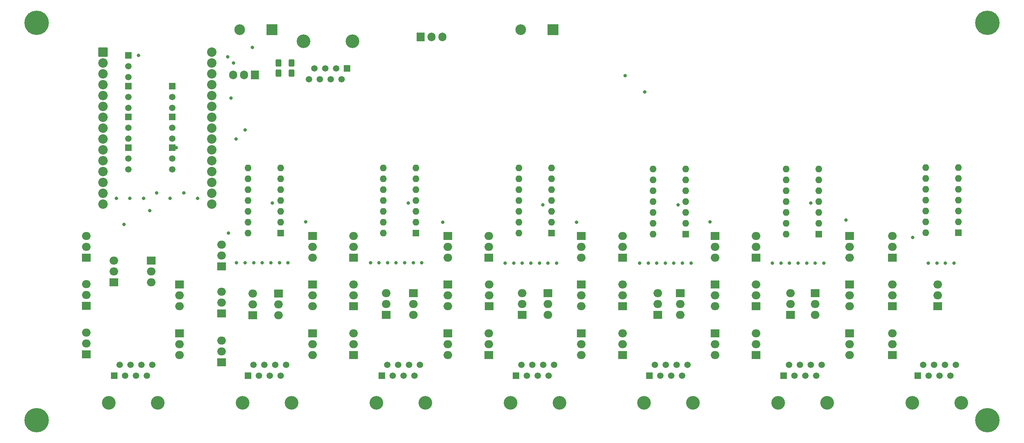
<source format=gbs>
G04 #@! TF.GenerationSoftware,KiCad,Pcbnew,8.0.1*
G04 #@! TF.CreationDate,2024-05-23T13:26:50+02:00*
G04 #@! TF.ProjectId,ShrackThingy,53687261-636b-4546-9869-6e67792e6b69,rev?*
G04 #@! TF.SameCoordinates,Original*
G04 #@! TF.FileFunction,Soldermask,Bot*
G04 #@! TF.FilePolarity,Negative*
%FSLAX46Y46*%
G04 Gerber Fmt 4.6, Leading zero omitted, Abs format (unit mm)*
G04 Created by KiCad (PCBNEW 8.0.1) date 2024-05-23 13:26:50*
%MOMM*%
%LPD*%
G01*
G04 APERTURE LIST*
G04 Aperture macros list*
%AMRoundRect*
0 Rectangle with rounded corners*
0 $1 Rounding radius*
0 $2 $3 $4 $5 $6 $7 $8 $9 X,Y pos of 4 corners*
0 Add a 4 corners polygon primitive as box body*
4,1,4,$2,$3,$4,$5,$6,$7,$8,$9,$2,$3,0*
0 Add four circle primitives for the rounded corners*
1,1,$1+$1,$2,$3*
1,1,$1+$1,$4,$5*
1,1,$1+$1,$6,$7*
1,1,$1+$1,$8,$9*
0 Add four rect primitives between the rounded corners*
20,1,$1+$1,$2,$3,$4,$5,0*
20,1,$1+$1,$4,$5,$6,$7,0*
20,1,$1+$1,$6,$7,$8,$9,0*
20,1,$1+$1,$8,$9,$2,$3,0*%
G04 Aperture macros list end*
%ADD10R,2.000000X1.905000*%
%ADD11O,2.000000X1.905000*%
%ADD12R,1.500000X1.500000*%
%ADD13C,1.500000*%
%ADD14R,1.600000X1.600000*%
%ADD15O,1.600000X1.600000*%
%ADD16C,3.200000*%
%ADD17R,2.500000X2.500000*%
%ADD18C,2.500000*%
%ADD19C,5.700000*%
%ADD20R,1.905000X2.000000*%
%ADD21O,1.905000X2.000000*%
%ADD22RoundRect,0.102000X-1.000000X-1.000000X1.000000X-1.000000X1.000000X1.000000X-1.000000X1.000000X0*%
%ADD23C,2.204000*%
%ADD24RoundRect,0.250000X0.400000X0.625000X-0.400000X0.625000X-0.400000X-0.625000X0.400000X-0.625000X0*%
%ADD25C,0.800000*%
G04 APERTURE END LIST*
D10*
X358655000Y-186540000D03*
D11*
X358655000Y-184000000D03*
X358655000Y-181460000D03*
D10*
X286000000Y-181460000D03*
D11*
X286000000Y-184000000D03*
X286000000Y-186540000D03*
D10*
X272200000Y-199940000D03*
D11*
X272200000Y-197400000D03*
X272200000Y-194860000D03*
D12*
X180240000Y-146460000D03*
D13*
X180240000Y-149000000D03*
X180240000Y-151540000D03*
D10*
X232800000Y-186540000D03*
D11*
X232800000Y-184000000D03*
X232800000Y-181460000D03*
D10*
X264455000Y-197940000D03*
D11*
X264455000Y-195400000D03*
X264455000Y-192860000D03*
D14*
X341400000Y-181025000D03*
D15*
X341400000Y-178485000D03*
X341400000Y-175945000D03*
X341400000Y-173405000D03*
X341400000Y-170865000D03*
X341400000Y-168325000D03*
X341400000Y-165785000D03*
X333780000Y-165785000D03*
X333780000Y-168325000D03*
X333780000Y-170865000D03*
X333780000Y-173405000D03*
X333780000Y-175945000D03*
X333780000Y-178485000D03*
X333780000Y-181025000D03*
D10*
X317200000Y-181460000D03*
D11*
X317200000Y-184000000D03*
X317200000Y-186540000D03*
D14*
X279000000Y-180825000D03*
D15*
X279000000Y-178285000D03*
X279000000Y-175745000D03*
X279000000Y-173205000D03*
X279000000Y-170665000D03*
X279000000Y-168125000D03*
X279000000Y-165585000D03*
X271380000Y-165585000D03*
X271380000Y-168125000D03*
X271380000Y-170665000D03*
X271380000Y-173205000D03*
X271380000Y-175745000D03*
X271380000Y-178285000D03*
X271380000Y-180825000D03*
D10*
X192200000Y-192860000D03*
D11*
X192200000Y-195400000D03*
X192200000Y-197940000D03*
D10*
X295600000Y-209340000D03*
D11*
X295600000Y-206800000D03*
X295600000Y-204260000D03*
D10*
X286000000Y-192860000D03*
D11*
X286000000Y-195400000D03*
X286000000Y-197940000D03*
D10*
X185600000Y-187260000D03*
D11*
X185600000Y-189800000D03*
X185600000Y-192340000D03*
D16*
X363250000Y-220500000D03*
X374680000Y-220500000D03*
D12*
X364520000Y-214150000D03*
D13*
X365790000Y-211610000D03*
X367060000Y-214150000D03*
X368330000Y-211610000D03*
X369600000Y-214150000D03*
X370870000Y-211610000D03*
X372140000Y-214150000D03*
X373410000Y-211610000D03*
D10*
X240400000Y-199940000D03*
D11*
X240400000Y-197400000D03*
X240400000Y-194860000D03*
D17*
X279350000Y-133245000D03*
D18*
X271850000Y-133245000D03*
D10*
X232800000Y-197940000D03*
D11*
X232800000Y-195400000D03*
X232800000Y-192860000D03*
D14*
X247400000Y-180825000D03*
D15*
X247400000Y-178285000D03*
X247400000Y-175745000D03*
X247400000Y-173205000D03*
X247400000Y-170665000D03*
X247400000Y-168125000D03*
X247400000Y-165585000D03*
X239780000Y-165585000D03*
X239780000Y-168125000D03*
X239780000Y-170665000D03*
X239780000Y-173205000D03*
X239780000Y-175745000D03*
X239780000Y-178285000D03*
X239780000Y-180825000D03*
D19*
X380800000Y-224600000D03*
D10*
X223200000Y-192860000D03*
D11*
X223200000Y-195400000D03*
X223200000Y-197940000D03*
D10*
X223250000Y-181460000D03*
D11*
X223250000Y-184000000D03*
X223250000Y-186540000D03*
D10*
X295600000Y-197940000D03*
D11*
X295600000Y-195400000D03*
X295600000Y-192860000D03*
D10*
X278200000Y-194860000D03*
D11*
X278200000Y-197400000D03*
X278200000Y-199940000D03*
D19*
X380800000Y-131600000D03*
D12*
X190440000Y-146460000D03*
D13*
X190440000Y-149000000D03*
X190440000Y-151540000D03*
D10*
X254800000Y-192860000D03*
D11*
X254800000Y-195400000D03*
X254800000Y-197940000D03*
D17*
X213750000Y-133245000D03*
D18*
X206250000Y-133245000D03*
D10*
X317200000Y-192860000D03*
D11*
X317200000Y-195400000D03*
X317200000Y-197940000D03*
D10*
X170400000Y-197800000D03*
D11*
X170400000Y-195260000D03*
X170400000Y-192720000D03*
D10*
X326800000Y-209340000D03*
D11*
X326800000Y-206800000D03*
X326800000Y-204260000D03*
D12*
X190440000Y-153660000D03*
D13*
X190440000Y-156200000D03*
X190440000Y-158740000D03*
D19*
X158800000Y-224600000D03*
D10*
X358600000Y-197940000D03*
D11*
X358600000Y-195400000D03*
X358600000Y-192860000D03*
D14*
X374000000Y-180700000D03*
D15*
X374000000Y-178160000D03*
X374000000Y-175620000D03*
X374000000Y-173080000D03*
X374000000Y-170540000D03*
X374000000Y-168000000D03*
X374000000Y-165460000D03*
X366380000Y-165460000D03*
X366380000Y-168000000D03*
X366380000Y-170540000D03*
X366380000Y-173080000D03*
X366380000Y-175620000D03*
X366380000Y-178160000D03*
X366380000Y-180700000D03*
D16*
X269447500Y-220500000D03*
X280877500Y-220500000D03*
D12*
X270717500Y-214150000D03*
D13*
X271987500Y-211610000D03*
X273257500Y-214150000D03*
X274527500Y-211610000D03*
X275797500Y-214150000D03*
X277067500Y-211610000D03*
X278337500Y-214150000D03*
X279607500Y-211610000D03*
D10*
X340600000Y-194860000D03*
D11*
X340600000Y-197400000D03*
X340600000Y-199940000D03*
D10*
X202000000Y-188600000D03*
D11*
X202000000Y-186060000D03*
X202000000Y-183520000D03*
D10*
X176800000Y-192340000D03*
D11*
X176800000Y-189800000D03*
X176800000Y-187260000D03*
D10*
X170400000Y-209200000D03*
D11*
X170400000Y-206660000D03*
X170400000Y-204120000D03*
D10*
X286000000Y-204260000D03*
D11*
X286000000Y-206800000D03*
X286000000Y-209340000D03*
D12*
X180240000Y-139260000D03*
D13*
X180240000Y-141800000D03*
X180240000Y-144340000D03*
D10*
X192145000Y-204260000D03*
D11*
X192145000Y-206800000D03*
X192145000Y-209340000D03*
D10*
X264400000Y-209340000D03*
D11*
X264400000Y-206800000D03*
X264400000Y-204260000D03*
D10*
X232800000Y-209340000D03*
D11*
X232800000Y-206800000D03*
X232800000Y-204260000D03*
D14*
X310400000Y-181025000D03*
D15*
X310400000Y-178485000D03*
X310400000Y-175945000D03*
X310400000Y-173405000D03*
X310400000Y-170865000D03*
X310400000Y-168325000D03*
X310400000Y-165785000D03*
X302780000Y-165785000D03*
X302780000Y-168325000D03*
X302780000Y-170865000D03*
X302780000Y-173405000D03*
X302780000Y-175945000D03*
X302780000Y-178485000D03*
X302780000Y-181025000D03*
D16*
X206895000Y-220500000D03*
X218325000Y-220500000D03*
D12*
X208165000Y-214150000D03*
D13*
X209435000Y-211610000D03*
X210705000Y-214150000D03*
X211975000Y-211610000D03*
X213245000Y-214150000D03*
X214515000Y-211610000D03*
X215785000Y-214150000D03*
X217055000Y-211610000D03*
D10*
X264400000Y-186540000D03*
D11*
X264400000Y-184000000D03*
X264400000Y-181460000D03*
D19*
X158800000Y-131600000D03*
D10*
X170400000Y-186600000D03*
D11*
X170400000Y-184060000D03*
X170400000Y-181520000D03*
D16*
X300645000Y-220500000D03*
X312075000Y-220500000D03*
D12*
X301915000Y-214150000D03*
D13*
X303185000Y-211610000D03*
X304455000Y-214150000D03*
X305725000Y-211610000D03*
X306995000Y-214150000D03*
X308265000Y-211610000D03*
X309535000Y-214150000D03*
X310805000Y-211610000D03*
D14*
X215800000Y-180800000D03*
D15*
X215800000Y-178260000D03*
X215800000Y-175720000D03*
X215800000Y-173180000D03*
X215800000Y-170640000D03*
X215800000Y-168100000D03*
X215800000Y-165560000D03*
X208180000Y-165560000D03*
X208180000Y-168100000D03*
X208180000Y-170640000D03*
X208180000Y-173180000D03*
X208180000Y-175720000D03*
X208180000Y-178260000D03*
X208180000Y-180800000D03*
D10*
X348600000Y-192860000D03*
D11*
X348600000Y-195400000D03*
X348600000Y-197940000D03*
D10*
X317200000Y-204260000D03*
D11*
X317200000Y-206800000D03*
X317200000Y-209340000D03*
D20*
X209740000Y-143800000D03*
D21*
X207200000Y-143800000D03*
X204660000Y-143800000D03*
D22*
X174320000Y-138460000D03*
D23*
X174320000Y-141000000D03*
X174320000Y-143540000D03*
X174320000Y-146080000D03*
X174320000Y-148620000D03*
X174320000Y-151160000D03*
X174320000Y-153700000D03*
X174320000Y-156240000D03*
X174320000Y-158780000D03*
X174320000Y-161320000D03*
X174320000Y-163860000D03*
X174320000Y-166400000D03*
X174320000Y-168940000D03*
X174320000Y-171480000D03*
X174320000Y-174020000D03*
X199720000Y-174020000D03*
X199720000Y-171480000D03*
X199720000Y-168940000D03*
X199720000Y-166400000D03*
X199720000Y-163860000D03*
X199720000Y-161320000D03*
X199720000Y-158780000D03*
X199720000Y-156240000D03*
X199720000Y-153700000D03*
X199720000Y-151160000D03*
X199720000Y-148620000D03*
X199720000Y-146080000D03*
X199720000Y-143540000D03*
X199720000Y-141000000D03*
X199720000Y-138460000D03*
D12*
X180240000Y-160860000D03*
D13*
X180240000Y-163400000D03*
X180240000Y-165940000D03*
D10*
X246800000Y-194860000D03*
D11*
X246800000Y-197400000D03*
X246800000Y-199940000D03*
D10*
X326745000Y-186540000D03*
D11*
X326745000Y-184000000D03*
X326745000Y-181460000D03*
D10*
X334800000Y-199940000D03*
D11*
X334800000Y-197400000D03*
X334800000Y-194860000D03*
D12*
X180240000Y-153660000D03*
D13*
X180240000Y-156200000D03*
X180240000Y-158740000D03*
D10*
X223200000Y-204260000D03*
D11*
X223200000Y-206800000D03*
X223200000Y-209340000D03*
D16*
X232552500Y-135950000D03*
X221122500Y-135950000D03*
D12*
X231282500Y-142300000D03*
D13*
X230012500Y-144840000D03*
X228742500Y-142300000D03*
X227472500Y-144840000D03*
X226202500Y-142300000D03*
X224932500Y-144840000D03*
X223662500Y-142300000D03*
X222392500Y-144840000D03*
D10*
X358655000Y-209340000D03*
D11*
X358655000Y-206800000D03*
X358655000Y-204260000D03*
D16*
X175645000Y-220500000D03*
X187075000Y-220500000D03*
D12*
X176915000Y-214150000D03*
D13*
X178185000Y-211610000D03*
X179455000Y-214150000D03*
X180725000Y-211610000D03*
X181995000Y-214150000D03*
X183265000Y-211610000D03*
X184535000Y-214150000D03*
X185805000Y-211610000D03*
D20*
X248460000Y-134945000D03*
D21*
X251000000Y-134945000D03*
X253540000Y-134945000D03*
D10*
X309055000Y-194860000D03*
D11*
X309055000Y-197400000D03*
X309055000Y-199940000D03*
D16*
X331947500Y-220500000D03*
X343377500Y-220500000D03*
D12*
X333217500Y-214150000D03*
D13*
X334487500Y-211610000D03*
X335757500Y-214150000D03*
X337027500Y-211610000D03*
X338297500Y-214150000D03*
X339567500Y-211610000D03*
X340837500Y-214150000D03*
X342107500Y-211610000D03*
D10*
X209250000Y-200040000D03*
D11*
X209250000Y-197500000D03*
X209250000Y-194960000D03*
D10*
X348600000Y-204260000D03*
D11*
X348600000Y-206800000D03*
X348600000Y-209340000D03*
D10*
X254800000Y-204260000D03*
D11*
X254800000Y-206800000D03*
X254800000Y-209340000D03*
D12*
X190440000Y-160860000D03*
D13*
X190440000Y-163400000D03*
X190440000Y-165940000D03*
D16*
X238145000Y-220500000D03*
X249575000Y-220500000D03*
D12*
X239415000Y-214150000D03*
D13*
X240685000Y-211610000D03*
X241955000Y-214150000D03*
X243225000Y-211610000D03*
X244495000Y-214150000D03*
X245765000Y-211610000D03*
X247035000Y-214150000D03*
X248305000Y-211610000D03*
D10*
X202000000Y-199600000D03*
D11*
X202000000Y-197060000D03*
X202000000Y-194520000D03*
D10*
X254800000Y-181460000D03*
D11*
X254800000Y-184000000D03*
X254800000Y-186540000D03*
D10*
X369200000Y-197940000D03*
D11*
X369200000Y-195400000D03*
X369200000Y-192860000D03*
D10*
X326800000Y-197940000D03*
D11*
X326800000Y-195400000D03*
X326800000Y-192860000D03*
D10*
X348600000Y-181460000D03*
D11*
X348600000Y-184000000D03*
X348600000Y-186540000D03*
D10*
X202000000Y-211000000D03*
D11*
X202000000Y-208460000D03*
X202000000Y-205920000D03*
D10*
X295600000Y-186540000D03*
D11*
X295600000Y-184000000D03*
X295600000Y-181460000D03*
D10*
X215305000Y-194960000D03*
D11*
X215305000Y-197500000D03*
X215305000Y-200040000D03*
D10*
X303800000Y-199940000D03*
D11*
X303800000Y-197400000D03*
X303800000Y-194860000D03*
D24*
X218350000Y-141000000D03*
X215250000Y-141000000D03*
X218350000Y-143400000D03*
X215250000Y-143400000D03*
D25*
X182600000Y-139200000D03*
X203600000Y-180800000D03*
X204200000Y-149200000D03*
X177400000Y-172700000D03*
X180600000Y-172700000D03*
X183800061Y-172700000D03*
X179200000Y-178800000D03*
X186800000Y-171400000D03*
X185200000Y-175600000D03*
X190000000Y-172700000D03*
X193200000Y-171400000D03*
X191400000Y-160860000D03*
X196400000Y-172700000D03*
X207500000Y-187750000D03*
X217500000Y-187750000D03*
X245575000Y-173825954D03*
X246750000Y-187750000D03*
X272200000Y-187800000D03*
X301600000Y-187800000D03*
X311600000Y-187800000D03*
X340600000Y-187800000D03*
X339600000Y-173800000D03*
X371000000Y-187800000D03*
X373000000Y-187800000D03*
X205500000Y-187750000D03*
X244750000Y-187750000D03*
X274200000Y-187800000D03*
X299600000Y-187800000D03*
X338600000Y-187800000D03*
X209500000Y-187750000D03*
X238750000Y-187750000D03*
X248750000Y-187750000D03*
X278200000Y-187800000D03*
X277000000Y-174200000D03*
X303600000Y-187800000D03*
X332600000Y-187800000D03*
X342600000Y-187800000D03*
X209200000Y-137400000D03*
X211500000Y-187750000D03*
X236750000Y-187750000D03*
X276200000Y-187800000D03*
X305600000Y-187800000D03*
X330600000Y-187800000D03*
X215500000Y-187750000D03*
X213803364Y-173803364D03*
X240750000Y-187750000D03*
X270200000Y-187800000D03*
X280200000Y-187800000D03*
X309600000Y-187800000D03*
X308600000Y-174200000D03*
X334600000Y-187800000D03*
X369000000Y-187800000D03*
X213500000Y-187750000D03*
X242750000Y-187750000D03*
X268200000Y-187800000D03*
X307600000Y-187800000D03*
X336600000Y-187800000D03*
X367000000Y-187800000D03*
X221600000Y-178200000D03*
X300800000Y-147800000D03*
X296200000Y-144000000D03*
X205400000Y-158800000D03*
X204800000Y-141000000D03*
X203400000Y-139600000D03*
X207516636Y-156716636D03*
X253600000Y-178285000D03*
X284915000Y-178285000D03*
X316000000Y-178200000D03*
X347800000Y-177800000D03*
X363400000Y-181800000D03*
M02*

</source>
